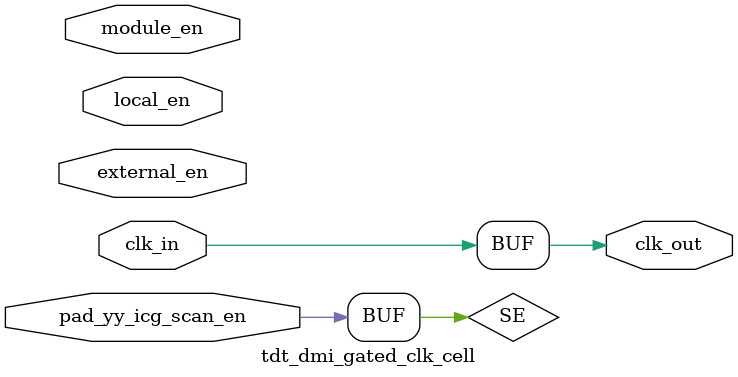
<source format=v>
module tdt_dmi_gated_clk_cell(
  clk_in,
  module_en,
  local_en,
  external_en,
  pad_yy_icg_scan_en,
  clk_out
);
//RELEASE_INST_LIB

input  clk_in;
input  module_en;
input  local_en;
input  external_en;
input  pad_yy_icg_scan_en;
output clk_out;

wire   clk_en_bf_latch;
wire   SE;

assign clk_en_bf_latch = module_en | local_en | external_en ;

// SE driven from primary input, held constant
assign SE       = pad_yy_icg_scan_en;

`ifdef TDT_DMI_GATED_CELL  
tdt_dmi_gated_cell x_tdt_dmi_gated_cell( //Customs can replace tdt_dmi_gated_cell with their own icg_cell
  .clk_in        (clk_in),
  .external_en   (clk_en_bf_latch),
  .SE            (SE),
  .clk_out       (clk_out)
  );
//`ifdef TDT_DMI_SMIC
//  `ifdef TDT_DMI_PROCESS55LL
//HVT_CLKLANQHDV8 x_gated_clk_cell(
//.CK(clk_in),
//  `endif
//.TE(SE),
//.E(clk_en_bf_latch),
//.Q(clk_out));
//`endif
//`ifdef TDT_DMI_TSMC
//  `ifdef TDT_DMI_PROCESS40LP
//CKLNQD1BWP x_gated_clk_cell(
//.CP(clk_in),
//.TE(SE),
//.E(clk_en_bf_latch),
//.Q(clk_out));
//  `endif
//  `ifdef TDT_DMI_PROCESS28HPC
//    CKLNQD8BWP35P140  x_gated_clk_cell (
//                .CP     (clk_in),
//                .TE     (SE),
//                .E      (clk_en_bf_latch),
//                .Q      (clk_out)
//                );
//  `endif
//  `ifdef TDT_DMI_PROCESS12FFC
//    CKLNQD8BWP6T16P96CPDLVT x_gated_clk_cell (
//      .CP           (clk_in),
//      .TE           (SE),
//      .E            (clk_en_bf_latch),
//      .Q            (clk_out)
//    );
//  `endif
//`endif
//`ifdef TDT_DMI_GSMC
//  `ifdef TDT_DMI_PROCESS130
//CLKGTPHD8X x_gated_clk_cell(
//.CK(clk_in),
//  `endif
//.TE(SE),
//.E(clk_en_bf_latch),
//.Z(clk_out));
//`endif
//
//`ifdef TDT_DMI_UMC
//  `ifdef TDT_DMI_PROCESS28HDE
//    PREICG_X4B_A9PP140ZTR_C30 x_gated_clk_cell (
//    .CK(clk_in),
//    .SE(SE),
//    .E(clk_en_bf_latch),
//    .ECK(clk_out)
//  );
//    `endif 
//   `ifdef TDT_DMI_PROCESS22HDE
//    PREICG_X4B_A9PP140ZTS_C30 x_gated_clk_cell (
//    .CK(clk_in),
//    .SE(SE),
//    .E(clk_en_bf_latch),
//    .ECK(clk_out)
//  );
//  
//  `endif
//`endif
`else
//STN_CKGTPLT_V5_1  x_gated_clk_cell (
//  .CK           (clk_in),
//  .SE               (SE),
//  .EN      (clk_en_bf_latch),
//  .Q          (clk_out)
//);
assign clk_out = clk_in;
`endif


endmodule   

</source>
